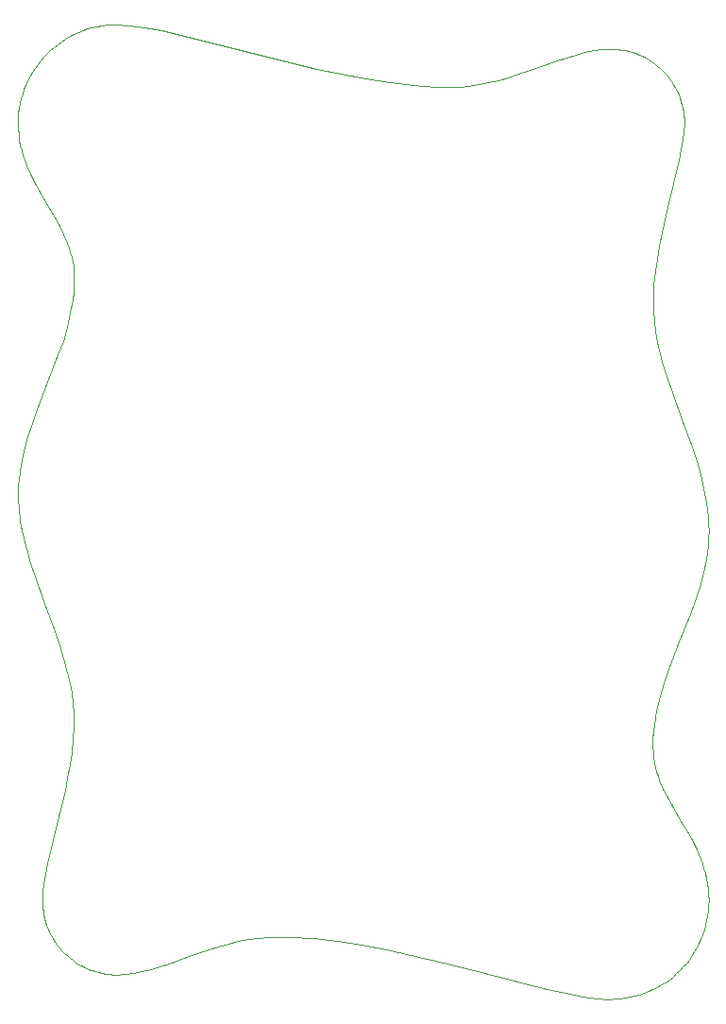
<source format=gbr>
%TF.GenerationSoftware,KiCad,Pcbnew,8.0.2*%
%TF.CreationDate,2024-07-30T13:24:05-06:00*%
%TF.ProjectId,PhotonBreakout,50686f74-6f6e-4427-9265-616b6f75742e,rev?*%
%TF.SameCoordinates,Original*%
%TF.FileFunction,Profile,NP*%
%FSLAX46Y46*%
G04 Gerber Fmt 4.6, Leading zero omitted, Abs format (unit mm)*
G04 Created by KiCad (PCBNEW 8.0.2) date 2024-07-30 13:24:05*
%MOMM*%
%LPD*%
G01*
G04 APERTURE LIST*
%TA.AperFunction,Profile*%
%ADD10C,0.100000*%
%TD*%
G04 APERTURE END LIST*
D10*
X116768317Y-57354035D02*
X118114863Y-57541069D01*
X119635698Y-57831020D01*
X121311150Y-58206071D01*
X129165656Y-60200994D01*
X133509109Y-61245878D01*
X135716031Y-61717824D01*
X137920184Y-62132353D01*
X140101898Y-62471650D01*
X142241498Y-62717899D01*
X144319312Y-62853288D01*
X146315667Y-62860000D01*
X147192989Y-62796976D01*
X148078089Y-62670985D01*
X148968432Y-62491275D01*
X149861484Y-62267097D01*
X150754711Y-62007700D01*
X151645577Y-61722332D01*
X153410088Y-61110686D01*
X155134742Y-60506154D01*
X155975785Y-60229679D01*
X156799259Y-59982731D01*
X157602630Y-59774559D01*
X158383363Y-59614412D01*
X159138923Y-59511541D01*
X159866776Y-59475193D01*
X160209516Y-59483862D01*
X160547764Y-59509591D01*
X160881101Y-59551961D01*
X161209108Y-59610554D01*
X161531366Y-59684952D01*
X161847457Y-59774734D01*
X162156961Y-59879484D01*
X162459459Y-59998782D01*
X162754532Y-60132209D01*
X163041762Y-60279347D01*
X163320729Y-60439777D01*
X163591015Y-60613081D01*
X163852200Y-60798839D01*
X164103866Y-60996634D01*
X164345593Y-61206046D01*
X164576963Y-61426657D01*
X164797556Y-61658048D01*
X165006954Y-61899800D01*
X165204737Y-62151496D01*
X165390488Y-62412715D01*
X165563785Y-62683040D01*
X165724212Y-62962052D01*
X165871348Y-63249332D01*
X166004775Y-63544461D01*
X166124074Y-63847021D01*
X166228826Y-64156593D01*
X166318611Y-64472759D01*
X166393011Y-64795099D01*
X166451608Y-65123196D01*
X166493981Y-65456630D01*
X166519712Y-65794983D01*
X166528382Y-66137836D01*
X166494370Y-66845730D01*
X166398472Y-67637317D01*
X166249899Y-68504120D01*
X166057862Y-69437662D01*
X165039266Y-73669675D01*
X164508643Y-75965706D01*
X164270235Y-77129056D01*
X164062043Y-78291328D01*
X163893277Y-79444042D01*
X163773148Y-80578723D01*
X163710865Y-81686893D01*
X163715638Y-82760074D01*
X163816049Y-84034668D01*
X164007594Y-85296802D01*
X164276807Y-86548267D01*
X164610216Y-87790849D01*
X164994355Y-89026339D01*
X165415752Y-90256524D01*
X166316451Y-92708136D01*
X167204562Y-95159996D01*
X167610225Y-96390490D01*
X167972333Y-97626412D01*
X168277419Y-98869551D01*
X168512014Y-100121695D01*
X168662647Y-101384633D01*
X168702270Y-102020709D01*
X168715852Y-102660154D01*
X168700301Y-103299621D01*
X168655025Y-103935761D01*
X168483558Y-105198938D01*
X168217967Y-106451437D01*
X167874771Y-107695012D01*
X167470487Y-108931417D01*
X167021633Y-110162406D01*
X166056286Y-112615151D01*
X165110871Y-115067275D01*
X164686932Y-116297490D01*
X164317530Y-117532811D01*
X164019182Y-118774991D01*
X163808405Y-120025786D01*
X163741018Y-120654961D01*
X163701718Y-121286948D01*
X163692570Y-121921965D01*
X163715638Y-122560231D01*
X163755582Y-122993463D01*
X163819743Y-123417833D01*
X163906450Y-123834100D01*
X164014031Y-124243026D01*
X164140815Y-124645370D01*
X164285132Y-125041891D01*
X164619674Y-125820508D01*
X165004289Y-126584957D01*
X165425604Y-127341317D01*
X166324859Y-128854094D01*
X166776056Y-129622670D01*
X167210473Y-130407477D01*
X167614740Y-131214596D01*
X167975486Y-132050107D01*
X168135360Y-132480409D01*
X168279340Y-132920089D01*
X168405755Y-133369907D01*
X168512933Y-133830623D01*
X168599203Y-134302997D01*
X168662894Y-134787789D01*
X168702334Y-135285758D01*
X168715852Y-135797666D01*
X168704335Y-136253086D01*
X168670158Y-136702528D01*
X168613875Y-137145436D01*
X168536044Y-137581254D01*
X168437221Y-138009425D01*
X168317960Y-138429394D01*
X168178820Y-138840605D01*
X168020355Y-139242501D01*
X167843122Y-139634526D01*
X167647676Y-140016125D01*
X167434575Y-140386741D01*
X167204373Y-140745818D01*
X166957628Y-141092799D01*
X166694895Y-141427130D01*
X166416730Y-141748253D01*
X166123690Y-142055613D01*
X165816330Y-142348653D01*
X165495207Y-142626818D01*
X165160877Y-142889551D01*
X164813895Y-143136296D01*
X164454818Y-143366498D01*
X164084203Y-143579599D01*
X163702604Y-143775044D01*
X163310579Y-143952278D01*
X162908683Y-144110742D01*
X162497472Y-144249883D01*
X162077503Y-144369143D01*
X161649331Y-144467966D01*
X161213513Y-144545797D01*
X160770605Y-144602078D01*
X160321163Y-144636255D01*
X159865743Y-144647771D01*
X158713160Y-144581462D01*
X157366616Y-144394411D01*
X155845783Y-144104435D01*
X154170333Y-143729350D01*
X146315829Y-141734248D01*
X141972376Y-140689269D01*
X139765454Y-140217279D01*
X137561299Y-139802710D01*
X135379585Y-139463380D01*
X133239983Y-139217104D01*
X131162167Y-139081698D01*
X129165811Y-139074979D01*
X128288489Y-139138009D01*
X127403389Y-139264018D01*
X126513045Y-139443753D01*
X125619993Y-139667966D01*
X124726767Y-139927403D01*
X123835901Y-140212815D01*
X122071389Y-140824558D01*
X120346736Y-141429188D01*
X119505693Y-141705707D01*
X118682218Y-141952694D01*
X117878847Y-142160899D01*
X117098114Y-142321071D01*
X116342553Y-142423958D01*
X115614700Y-142460309D01*
X115284546Y-142452116D01*
X114956608Y-142427689D01*
X114631433Y-142387255D01*
X114309571Y-142331042D01*
X113991568Y-142259277D01*
X113677972Y-142172188D01*
X113369331Y-142070002D01*
X113066193Y-141952946D01*
X112769105Y-141821248D01*
X112478615Y-141675135D01*
X112195271Y-141514836D01*
X111919620Y-141340576D01*
X111652211Y-141152584D01*
X111393592Y-140951087D01*
X111144308Y-140736313D01*
X110904910Y-140508489D01*
X110677084Y-140269091D01*
X110462308Y-140019812D01*
X110260811Y-139761197D01*
X110072818Y-139493790D01*
X109898559Y-139218137D01*
X109738259Y-138934783D01*
X109592147Y-138644274D01*
X109460450Y-138347155D01*
X109343394Y-138043971D01*
X109241209Y-137735267D01*
X109154121Y-137421589D01*
X109082356Y-137103481D01*
X109026144Y-136781490D01*
X108985711Y-136456160D01*
X108961284Y-136128037D01*
X108953091Y-135797666D01*
X108987104Y-135089767D01*
X109083002Y-134298163D01*
X109231575Y-133431334D01*
X109423612Y-132497759D01*
X110442210Y-128265567D01*
X110972834Y-125969441D01*
X111211242Y-124806046D01*
X111419435Y-123643736D01*
X111588201Y-122490988D01*
X111708330Y-121356281D01*
X111770613Y-120248095D01*
X111765839Y-119174909D01*
X111665429Y-117900320D01*
X111473883Y-116638201D01*
X111204671Y-115386761D01*
X110871262Y-114144211D01*
X110487124Y-112908761D01*
X110065726Y-111678619D01*
X109165028Y-109227102D01*
X108276917Y-106775337D01*
X107871255Y-105544887D01*
X107509146Y-104309005D01*
X107204061Y-103065899D01*
X106969466Y-101813781D01*
X106818833Y-100550860D01*
X106779210Y-99914789D01*
X106765628Y-99275346D01*
X106781179Y-98635878D01*
X106826455Y-97999738D01*
X106997922Y-96736561D01*
X107263512Y-95484061D01*
X107606708Y-94240486D01*
X108010991Y-93004080D01*
X108459845Y-91773091D01*
X109425192Y-89320346D01*
X110370606Y-86868222D01*
X110794544Y-85638008D01*
X111163946Y-84402688D01*
X111462295Y-83160508D01*
X111673071Y-81909714D01*
X111740459Y-81280539D01*
X111779759Y-80648553D01*
X111788907Y-80013536D01*
X111765839Y-79375270D01*
X111725895Y-78942038D01*
X111661734Y-78517668D01*
X111575027Y-78101400D01*
X111467446Y-77692474D01*
X111340662Y-77290130D01*
X111196346Y-76893608D01*
X110861803Y-76114990D01*
X110477189Y-75350540D01*
X110055873Y-74594179D01*
X109156620Y-73081401D01*
X108705423Y-72312825D01*
X108271006Y-71528018D01*
X107866739Y-70720899D01*
X107505993Y-69885389D01*
X107346119Y-69455087D01*
X107202139Y-69015408D01*
X107075725Y-68565590D01*
X106968547Y-68104875D01*
X106882277Y-67632502D01*
X106818586Y-67147711D01*
X106779146Y-66649743D01*
X106765628Y-66137837D01*
X106777145Y-65682417D01*
X106811323Y-65232975D01*
X106867605Y-64790067D01*
X106945436Y-64354249D01*
X107044260Y-63926077D01*
X107163520Y-63506108D01*
X107302661Y-63094897D01*
X107461126Y-62693001D01*
X107638359Y-62300976D01*
X107833804Y-61919377D01*
X108046906Y-61548761D01*
X108277107Y-61189684D01*
X108523852Y-60842703D01*
X108786585Y-60508372D01*
X109064749Y-60187249D01*
X109357789Y-59879889D01*
X109665149Y-59586849D01*
X109986272Y-59308684D01*
X110320602Y-59045951D01*
X110667583Y-58799206D01*
X111026660Y-58569004D01*
X111397275Y-58355903D01*
X111778874Y-58160458D01*
X112170899Y-57983224D01*
X112572794Y-57824760D01*
X112984005Y-57685619D01*
X113403974Y-57566359D01*
X113832145Y-57467536D01*
X114267963Y-57389705D01*
X114710871Y-57333424D01*
X115160313Y-57299247D01*
X115615733Y-57287731D01*
X116768317Y-57354035D01*
M02*

</source>
